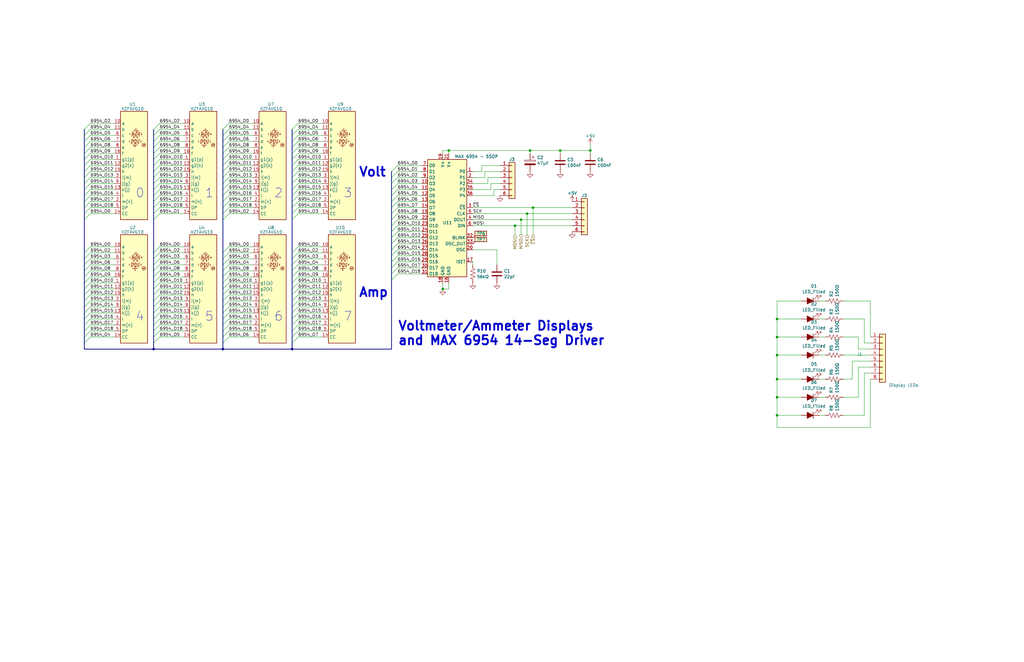
<source format=kicad_sch>
(kicad_sch (version 20230121) (generator eeschema)
  (paper "B")
  (junction (at 64.77 147.32))
  (junction (at 327.66 160.02))
  (junction (at 93.98 147.32))
  (junction (at 223.52 63.5))
  (junction (at 224.79 87.63))
  (junction (at 217.17 95.25))
  (junction (at 186.69 121.92))
  (junction (at 327.66 149.86))
  (junction (at 327.66 134.62))
  (junction (at 123.19 147.32))
  (junction (at 189.23 63.5))
  (junction (at 219.71 92.71))
  (junction (at 222.25 90.17))
  (junction (at 327.66 175.26))
  (junction (at 327.66 142.24))
  (junction (at 236.22 63.5))
  (junction (at 327.66 167.64))
  (junction (at 248.92 63.5))
  (bus_entry (at 38.1 87.63) (size -2.54 2.54))
  (bus_entry (at 125.73 69.85) (size -2.54 2.54))
  (bus_entry (at 38.1 109.22) (size -2.54 2.54))
  (bus_entry (at 167.64 102.87) (size -2.54 2.54))
  (bus_entry (at 38.1 90.17) (size -2.54 2.54))
  (bus_entry (at 125.73 59.69) (size -2.54 2.54))
  (bus_entry (at 167.64 95.25) (size -2.54 2.54))
  (bus_entry (at 96.52 111.76) (size -2.54 2.54))
  (bus_entry (at 67.31 85.09) (size -2.54 2.54))
  (bus_entry (at 38.1 82.55) (size -2.54 2.54))
  (bus_entry (at 38.1 85.09) (size -2.54 2.54))
  (bus_entry (at 96.52 124.46) (size -2.54 2.54))
  (bus_entry (at 38.1 134.62) (size -2.54 2.54))
  (bus_entry (at 96.52 106.68) (size -2.54 2.54))
  (bus_entry (at 125.73 139.7) (size -2.54 2.54))
  (bus_entry (at 67.31 72.39) (size -2.54 2.54))
  (bus_entry (at 96.52 114.3) (size -2.54 2.54))
  (bus_entry (at 67.31 69.85) (size -2.54 2.54))
  (bus_entry (at 125.73 62.23) (size -2.54 2.54))
  (bus_entry (at 67.31 77.47) (size -2.54 2.54))
  (bus_entry (at 125.73 82.55) (size -2.54 2.54))
  (bus_entry (at 67.31 74.93) (size -2.54 2.54))
  (bus_entry (at 96.52 121.92) (size -2.54 2.54))
  (bus_entry (at 125.73 67.31) (size -2.54 2.54))
  (bus_entry (at 125.73 121.92) (size -2.54 2.54))
  (bus_entry (at 38.1 54.61) (size -2.54 2.54))
  (bus_entry (at 125.73 129.54) (size -2.54 2.54))
  (bus_entry (at 167.64 92.71) (size -2.54 2.54))
  (bus_entry (at 96.52 127) (size -2.54 2.54))
  (bus_entry (at 38.1 127) (size -2.54 2.54))
  (bus_entry (at 67.31 80.01) (size -2.54 2.54))
  (bus_entry (at 96.52 64.77) (size -2.54 2.54))
  (bus_entry (at 125.73 119.38) (size -2.54 2.54))
  (bus_entry (at 96.52 72.39) (size -2.54 2.54))
  (bus_entry (at 167.64 85.09) (size -2.54 2.54))
  (bus_entry (at 38.1 114.3) (size -2.54 2.54))
  (bus_entry (at 38.1 121.92) (size -2.54 2.54))
  (bus_entry (at 167.64 80.01) (size -2.54 2.54))
  (bus_entry (at 67.31 82.55) (size -2.54 2.54))
  (bus_entry (at 38.1 139.7) (size -2.54 2.54))
  (bus_entry (at 167.64 69.85) (size -2.54 2.54))
  (bus_entry (at 96.52 129.54) (size -2.54 2.54))
  (bus_entry (at 38.1 124.46) (size -2.54 2.54))
  (bus_entry (at 96.52 90.17) (size -2.54 2.54))
  (bus_entry (at 67.31 142.24) (size -2.54 2.54))
  (bus_entry (at 125.73 137.16) (size -2.54 2.54))
  (bus_entry (at 125.73 109.22) (size -2.54 2.54))
  (bus_entry (at 125.73 80.01) (size -2.54 2.54))
  (bus_entry (at 96.52 137.16) (size -2.54 2.54))
  (bus_entry (at 96.52 74.93) (size -2.54 2.54))
  (bus_entry (at 125.73 106.68) (size -2.54 2.54))
  (bus_entry (at 38.1 132.08) (size -2.54 2.54))
  (bus_entry (at 67.31 119.38) (size -2.54 2.54))
  (bus_entry (at 67.31 134.62) (size -2.54 2.54))
  (bus_entry (at 96.52 87.63) (size -2.54 2.54))
  (bus_entry (at 125.73 52.07) (size -2.54 2.54))
  (bus_entry (at 167.64 110.49) (size -2.54 2.54))
  (bus_entry (at 67.31 121.92) (size -2.54 2.54))
  (bus_entry (at 38.1 67.31) (size -2.54 2.54))
  (bus_entry (at 167.64 107.95) (size -2.54 2.54))
  (bus_entry (at 125.73 85.09) (size -2.54 2.54))
  (bus_entry (at 125.73 134.62) (size -2.54 2.54))
  (bus_entry (at 125.73 77.47) (size -2.54 2.54))
  (bus_entry (at 125.73 72.39) (size -2.54 2.54))
  (bus_entry (at 96.52 139.7) (size -2.54 2.54))
  (bus_entry (at 96.52 119.38) (size -2.54 2.54))
  (bus_entry (at 38.1 111.76) (size -2.54 2.54))
  (bus_entry (at 96.52 134.62) (size -2.54 2.54))
  (bus_entry (at 67.31 139.7) (size -2.54 2.54))
  (bus_entry (at 167.64 87.63) (size -2.54 2.54))
  (bus_entry (at 67.31 62.23) (size -2.54 2.54))
  (bus_entry (at 96.52 109.22) (size -2.54 2.54))
  (bus_entry (at 67.31 124.46) (size -2.54 2.54))
  (bus_entry (at 96.52 132.08) (size -2.54 2.54))
  (bus_entry (at 96.52 116.84) (size -2.54 2.54))
  (bus_entry (at 96.52 104.14) (size -2.54 2.54))
  (bus_entry (at 125.73 57.15) (size -2.54 2.54))
  (bus_entry (at 125.73 64.77) (size -2.54 2.54))
  (bus_entry (at 96.52 77.47) (size -2.54 2.54))
  (bus_entry (at 125.73 114.3) (size -2.54 2.54))
  (bus_entry (at 125.73 74.93) (size -2.54 2.54))
  (bus_entry (at 96.52 62.23) (size -2.54 2.54))
  (bus_entry (at 96.52 82.55) (size -2.54 2.54))
  (bus_entry (at 125.73 132.08) (size -2.54 2.54))
  (bus_entry (at 38.1 106.68) (size -2.54 2.54))
  (bus_entry (at 167.64 97.79) (size -2.54 2.54))
  (bus_entry (at 167.64 105.41) (size -2.54 2.54))
  (bus_entry (at 38.1 116.84) (size -2.54 2.54))
  (bus_entry (at 38.1 64.77) (size -2.54 2.54))
  (bus_entry (at 125.73 111.76) (size -2.54 2.54))
  (bus_entry (at 125.73 54.61) (size -2.54 2.54))
  (bus_entry (at 96.52 59.69) (size -2.54 2.54))
  (bus_entry (at 125.73 87.63) (size -2.54 2.54))
  (bus_entry (at 67.31 137.16) (size -2.54 2.54))
  (bus_entry (at 67.31 109.22) (size -2.54 2.54))
  (bus_entry (at 96.52 142.24) (size -2.54 2.54))
  (bus_entry (at 125.73 104.14) (size -2.54 2.54))
  (bus_entry (at 167.64 90.17) (size -2.54 2.54))
  (bus_entry (at 167.64 77.47) (size -2.54 2.54))
  (bus_entry (at 38.1 129.54) (size -2.54 2.54))
  (bus_entry (at 125.73 124.46) (size -2.54 2.54))
  (bus_entry (at 96.52 69.85) (size -2.54 2.54))
  (bus_entry (at 38.1 72.39) (size -2.54 2.54))
  (bus_entry (at 38.1 119.38) (size -2.54 2.54))
  (bus_entry (at 38.1 52.07) (size -2.54 2.54))
  (bus_entry (at 38.1 137.16) (size -2.54 2.54))
  (bus_entry (at 96.52 57.15) (size -2.54 2.54))
  (bus_entry (at 38.1 69.85) (size -2.54 2.54))
  (bus_entry (at 125.73 127) (size -2.54 2.54))
  (bus_entry (at 38.1 77.47) (size -2.54 2.54))
  (bus_entry (at 38.1 142.24) (size -2.54 2.54))
  (bus_entry (at 67.31 127) (size -2.54 2.54))
  (bus_entry (at 96.52 80.01) (size -2.54 2.54))
  (bus_entry (at 67.31 67.31) (size -2.54 2.54))
  (bus_entry (at 67.31 116.84) (size -2.54 2.54))
  (bus_entry (at 167.64 113.03) (size -2.54 2.54))
  (bus_entry (at 38.1 62.23) (size -2.54 2.54))
  (bus_entry (at 38.1 80.01) (size -2.54 2.54))
  (bus_entry (at 38.1 104.14) (size -2.54 2.54))
  (bus_entry (at 67.31 54.61) (size -2.54 2.54))
  (bus_entry (at 67.31 106.68) (size -2.54 2.54))
  (bus_entry (at 96.52 54.61) (size -2.54 2.54))
  (bus_entry (at 67.31 90.17) (size -2.54 2.54))
  (bus_entry (at 67.31 104.14) (size -2.54 2.54))
  (bus_entry (at 96.52 67.31) (size -2.54 2.54))
  (bus_entry (at 67.31 59.69) (size -2.54 2.54))
  (bus_entry (at 167.64 74.93) (size -2.54 2.54))
  (bus_entry (at 38.1 74.93) (size -2.54 2.54))
  (bus_entry (at 96.52 52.07) (size -2.54 2.54))
  (bus_entry (at 167.64 82.55) (size -2.54 2.54))
  (bus_entry (at 38.1 57.15) (size -2.54 2.54))
  (bus_entry (at 67.31 57.15) (size -2.54 2.54))
  (bus_entry (at 167.64 115.57) (size -2.54 2.54))
  (bus_entry (at 67.31 52.07) (size -2.54 2.54))
  (bus_entry (at 67.31 114.3) (size -2.54 2.54))
  (bus_entry (at 125.73 90.17) (size -2.54 2.54))
  (bus_entry (at 67.31 129.54) (size -2.54 2.54))
  (bus_entry (at 67.31 64.77) (size -2.54 2.54))
  (bus_entry (at 125.73 116.84) (size -2.54 2.54))
  (bus_entry (at 67.31 132.08) (size -2.54 2.54))
  (bus_entry (at 67.31 111.76) (size -2.54 2.54))
  (bus_entry (at 38.1 59.69) (size -2.54 2.54))
  (bus_entry (at 67.31 87.63) (size -2.54 2.54))
  (bus_entry (at 96.52 85.09) (size -2.54 2.54))
  (bus_entry (at 167.64 100.33) (size -2.54 2.54))
  (bus_entry (at 167.64 72.39) (size -2.54 2.54))
  (bus_entry (at 125.73 142.24) (size -2.54 2.54))
  (bus (pts (xy 123.19 134.62) (xy 123.19 137.16)))
  (wire (pts (xy 210.82 77.47) (xy 207.01 77.47)))
  (wire (pts (xy 367.03 147.32) (xy 361.95 147.32)))
  (wire (pts (xy 189.23 63.5) (xy 223.52 63.5)))
  (wire (pts (xy 199.39 92.71) (xy 219.71 92.71)))
  (wire (pts (xy 67.31 116.84) (xy 77.47 116.84)))
  (wire (pts (xy 345.44 167.64) (xy 347.98 167.64)))
  (bus (pts (xy 64.77 57.15) (xy 64.77 59.69)))
  (wire (pts (xy 189.23 121.92) (xy 189.23 119.38)))
  (wire (pts (xy 222.25 99.06) (xy 222.25 90.17)))
  (wire (pts (xy 38.1 69.85) (xy 48.26 69.85)))
  (wire (pts (xy 327.66 167.64) (xy 337.82 167.64)))
  (bus (pts (xy 35.56 92.71) (xy 35.56 106.68)))
  (bus (pts (xy 35.56 124.46) (xy 35.56 127)))
  (wire (pts (xy 186.69 63.5) (xy 186.69 64.77)))
  (bus (pts (xy 165.1 90.17) (xy 165.1 92.71)))
  (bus (pts (xy 165.1 110.49) (xy 165.1 113.03)))
  (bus (pts (xy 123.19 77.47) (xy 123.19 80.01)))
  (bus (pts (xy 35.56 132.08) (xy 35.56 134.62)))
  (bus (pts (xy 123.19 59.69) (xy 123.19 62.23)))
  (wire (pts (xy 67.31 74.93) (xy 77.47 74.93)))
  (wire (pts (xy 345.44 127) (xy 347.98 127)))
  (bus (pts (xy 93.98 106.68) (xy 93.98 109.22)))
  (wire (pts (xy 248.92 63.5) (xy 248.92 64.77)))
  (wire (pts (xy 125.73 119.38) (xy 135.89 119.38)))
  (bus (pts (xy 165.1 82.55) (xy 165.1 85.09)))
  (wire (pts (xy 125.73 85.09) (xy 135.89 85.09)))
  (wire (pts (xy 67.31 52.07) (xy 77.47 52.07)))
  (wire (pts (xy 204.47 72.39) (xy 204.47 74.93)))
  (wire (pts (xy 125.73 90.17) (xy 135.89 90.17)))
  (wire (pts (xy 38.1 72.39) (xy 48.26 72.39)))
  (wire (pts (xy 327.66 160.02) (xy 337.82 160.02)))
  (bus (pts (xy 35.56 109.22) (xy 35.56 111.76)))
  (bus (pts (xy 93.98 114.3) (xy 93.98 116.84)))
  (wire (pts (xy 96.52 82.55) (xy 106.68 82.55)))
  (wire (pts (xy 96.52 119.38) (xy 106.68 119.38)))
  (wire (pts (xy 167.64 69.85) (xy 177.8 69.85)))
  (wire (pts (xy 327.66 127) (xy 337.82 127)))
  (wire (pts (xy 167.64 77.47) (xy 177.8 77.47)))
  (wire (pts (xy 67.31 111.76) (xy 77.47 111.76)))
  (wire (pts (xy 327.66 134.62) (xy 327.66 127)))
  (wire (pts (xy 38.1 124.46) (xy 48.26 124.46)))
  (wire (pts (xy 38.1 87.63) (xy 48.26 87.63)))
  (wire (pts (xy 327.66 160.02) (xy 327.66 167.64)))
  (wire (pts (xy 67.31 106.68) (xy 77.47 106.68)))
  (wire (pts (xy 125.73 67.31) (xy 135.89 67.31)))
  (wire (pts (xy 67.31 87.63) (xy 77.47 87.63)))
  (wire (pts (xy 224.79 99.06) (xy 224.79 87.63)))
  (bus (pts (xy 123.19 132.08) (xy 123.19 134.62)))
  (bus (pts (xy 35.56 121.92) (xy 35.56 124.46)))
  (bus (pts (xy 93.98 121.92) (xy 93.98 124.46)))
  (wire (pts (xy 210.82 69.85) (xy 203.2 69.85)))
  (bus (pts (xy 123.19 82.55) (xy 123.19 85.09)))
  (wire (pts (xy 38.1 139.7) (xy 48.26 139.7)))
  (bus (pts (xy 64.77 69.85) (xy 64.77 72.39)))
  (wire (pts (xy 96.52 72.39) (xy 106.68 72.39)))
  (wire (pts (xy 125.73 116.84) (xy 135.89 116.84)))
  (bus (pts (xy 64.77 106.68) (xy 64.77 109.22)))
  (wire (pts (xy 96.52 62.23) (xy 106.68 62.23)))
  (wire (pts (xy 208.28 80.01) (xy 210.82 80.01)))
  (bus (pts (xy 123.19 90.17) (xy 123.19 92.71)))
  (bus (pts (xy 165.1 113.03) (xy 165.1 115.57)))
  (wire (pts (xy 96.52 57.15) (xy 106.68 57.15)))
  (bus (pts (xy 64.77 90.17) (xy 64.77 92.71)))
  (wire (pts (xy 38.1 114.3) (xy 48.26 114.3)))
  (bus (pts (xy 93.98 59.69) (xy 93.98 62.23)))
  (bus (pts (xy 35.56 134.62) (xy 35.56 137.16)))
  (wire (pts (xy 125.73 139.7) (xy 135.89 139.7)))
  (wire (pts (xy 67.31 59.69) (xy 77.47 59.69)))
  (bus (pts (xy 93.98 119.38) (xy 93.98 121.92)))
  (bus (pts (xy 64.77 127) (xy 64.77 129.54)))
  (wire (pts (xy 217.17 99.06) (xy 217.17 95.25)))
  (wire (pts (xy 38.1 104.14) (xy 48.26 104.14)))
  (wire (pts (xy 204.47 74.93) (xy 199.39 74.93)))
  (bus (pts (xy 35.56 114.3) (xy 35.56 116.84)))
  (wire (pts (xy 223.52 64.77) (xy 223.52 63.5)))
  (bus (pts (xy 123.19 72.39) (xy 123.19 74.93)))
  (bus (pts (xy 93.98 67.31) (xy 93.98 69.85)))
  (wire (pts (xy 38.1 54.61) (xy 48.26 54.61)))
  (wire (pts (xy 207.01 80.01) (xy 199.39 80.01)))
  (bus (pts (xy 35.56 69.85) (xy 35.56 72.39)))
  (bus (pts (xy 165.1 147.32) (xy 123.19 147.32)))
  (bus (pts (xy 35.56 116.84) (xy 35.56 119.38)))
  (wire (pts (xy 96.52 85.09) (xy 106.68 85.09)))
  (bus (pts (xy 165.1 74.93) (xy 165.1 77.47)))
  (wire (pts (xy 125.73 72.39) (xy 135.89 72.39)))
  (wire (pts (xy 125.73 77.47) (xy 135.89 77.47)))
  (bus (pts (xy 35.56 77.47) (xy 35.56 80.01)))
  (wire (pts (xy 345.44 175.26) (xy 347.98 175.26)))
  (wire (pts (xy 96.52 116.84) (xy 106.68 116.84)))
  (wire (pts (xy 38.1 74.93) (xy 48.26 74.93)))
  (bus (pts (xy 123.19 106.68) (xy 123.19 109.22)))
  (wire (pts (xy 38.1 106.68) (xy 48.26 106.68)))
  (bus (pts (xy 165.1 72.39) (xy 165.1 74.93)))
  (wire (pts (xy 210.82 72.39) (xy 204.47 72.39)))
  (wire (pts (xy 205.74 74.93) (xy 205.74 77.47)))
  (wire (pts (xy 96.52 134.62) (xy 106.68 134.62)))
  (wire (pts (xy 67.31 82.55) (xy 77.47 82.55)))
  (wire (pts (xy 38.1 67.31) (xy 48.26 67.31)))
  (wire (pts (xy 199.39 87.63) (xy 224.79 87.63)))
  (wire (pts (xy 67.31 90.17) (xy 77.47 90.17)))
  (wire (pts (xy 96.52 80.01) (xy 106.68 80.01)))
  (bus (pts (xy 35.56 87.63) (xy 35.56 90.17)))
  (bus (pts (xy 35.56 111.76) (xy 35.56 114.3)))
  (wire (pts (xy 67.31 137.16) (xy 77.47 137.16)))
  (wire (pts (xy 199.39 95.25) (xy 217.17 95.25)))
  (wire (pts (xy 189.23 63.5) (xy 189.23 64.77)))
  (wire (pts (xy 125.73 104.14) (xy 135.89 104.14)))
  (bus (pts (xy 123.19 119.38) (xy 123.19 121.92)))
  (wire (pts (xy 223.52 63.5) (xy 236.22 63.5)))
  (wire (pts (xy 367.03 144.78) (xy 364.49 144.78)))
  (bus (pts (xy 93.98 134.62) (xy 93.98 137.16)))
  (bus (pts (xy 93.98 147.32) (xy 64.77 147.32)))
  (wire (pts (xy 167.64 74.93) (xy 177.8 74.93)))
  (bus (pts (xy 165.1 107.95) (xy 165.1 110.49)))
  (wire (pts (xy 236.22 63.5) (xy 236.22 64.77)))
  (bus (pts (xy 123.19 57.15) (xy 123.19 59.69)))
  (bus (pts (xy 93.98 111.76) (xy 93.98 114.3)))
  (wire (pts (xy 167.64 87.63) (xy 177.8 87.63)))
  (bus (pts (xy 93.98 139.7) (xy 93.98 142.24)))
  (bus (pts (xy 165.1 85.09) (xy 165.1 87.63)))
  (wire (pts (xy 38.1 142.24) (xy 48.26 142.24)))
  (wire (pts (xy 125.73 64.77) (xy 135.89 64.77)))
  (bus (pts (xy 35.56 142.24) (xy 35.56 144.78)))
  (wire (pts (xy 125.73 54.61) (xy 135.89 54.61)))
  (wire (pts (xy 217.17 95.25) (xy 241.3 95.25)))
  (wire (pts (xy 38.1 57.15) (xy 48.26 57.15)))
  (bus (pts (xy 35.56 62.23) (xy 35.56 64.77)))
  (bus (pts (xy 35.56 85.09) (xy 35.56 87.63)))
  (wire (pts (xy 67.31 85.09) (xy 77.47 85.09)))
  (bus (pts (xy 93.98 87.63) (xy 93.98 90.17)))
  (bus (pts (xy 123.19 109.22) (xy 123.19 111.76)))
  (bus (pts (xy 64.77 119.38) (xy 64.77 121.92)))
  (wire (pts (xy 327.66 175.26) (xy 337.82 175.26)))
  (wire (pts (xy 96.52 59.69) (xy 106.68 59.69)))
  (bus (pts (xy 93.98 69.85) (xy 93.98 72.39)))
  (wire (pts (xy 125.73 106.68) (xy 135.89 106.68)))
  (bus (pts (xy 64.77 74.93) (xy 64.77 77.47)))
  (wire (pts (xy 96.52 127) (xy 106.68 127)))
  (bus (pts (xy 93.98 137.16) (xy 93.98 139.7)))
  (wire (pts (xy 361.95 142.24) (xy 355.6 142.24)))
  (wire (pts (xy 38.1 109.22) (xy 48.26 109.22)))
  (bus (pts (xy 165.1 115.57) (xy 165.1 118.11)))
  (wire (pts (xy 222.25 90.17) (xy 241.3 90.17)))
  (bus (pts (xy 64.77 64.77) (xy 64.77 67.31)))
  (wire (pts (xy 186.69 121.92) (xy 186.69 119.38)))
  (wire (pts (xy 125.73 57.15) (xy 135.89 57.15)))
  (wire (pts (xy 38.1 119.38) (xy 48.26 119.38)))
  (wire (pts (xy 67.31 62.23) (xy 77.47 62.23)))
  (bus (pts (xy 165.1 100.33) (xy 165.1 102.87)))
  (bus (pts (xy 93.98 54.61) (xy 93.98 57.15)))
  (wire (pts (xy 67.31 121.92) (xy 77.47 121.92)))
  (wire (pts (xy 38.1 121.92) (xy 48.26 121.92)))
  (wire (pts (xy 167.64 107.95) (xy 177.8 107.95)))
  (wire (pts (xy 207.01 77.47) (xy 207.01 80.01)))
  (wire (pts (xy 167.64 85.09) (xy 177.8 85.09)))
  (bus (pts (xy 35.56 64.77) (xy 35.56 67.31)))
  (bus (pts (xy 123.19 127) (xy 123.19 129.54)))
  (wire (pts (xy 96.52 52.07) (xy 106.68 52.07)))
  (bus (pts (xy 64.77 59.69) (xy 64.77 62.23)))
  (bus (pts (xy 123.19 129.54) (xy 123.19 132.08)))
  (bus (pts (xy 64.77 142.24) (xy 64.77 144.78)))
  (wire (pts (xy 209.55 111.76) (xy 209.55 105.41)))
  (bus (pts (xy 93.98 127) (xy 93.98 129.54)))
  (bus (pts (xy 123.19 114.3) (xy 123.19 116.84)))
  (wire (pts (xy 361.95 154.94) (xy 361.95 167.64)))
  (wire (pts (xy 125.73 87.63) (xy 135.89 87.63)))
  (wire (pts (xy 219.71 99.06) (xy 219.71 92.71)))
  (bus (pts (xy 64.77 77.47) (xy 64.77 80.01)))
  (bus (pts (xy 123.19 67.31) (xy 123.19 69.85)))
  (wire (pts (xy 38.1 132.08) (xy 48.26 132.08)))
  (bus (pts (xy 123.19 144.78) (xy 123.19 147.32)))
  (wire (pts (xy 38.1 134.62) (xy 48.26 134.62)))
  (wire (pts (xy 167.64 113.03) (xy 177.8 113.03)))
  (wire (pts (xy 224.79 87.63) (xy 241.3 87.63)))
  (bus (pts (xy 35.56 139.7) (xy 35.56 142.24)))
  (bus (pts (xy 93.98 124.46) (xy 93.98 127)))
  (wire (pts (xy 208.28 80.01) (xy 208.28 82.55)))
  (bus (pts (xy 93.98 90.17) (xy 93.98 92.71)))
  (wire (pts (xy 67.31 129.54) (xy 77.47 129.54)))
  (wire (pts (xy 96.52 124.46) (xy 106.68 124.46)))
  (bus (pts (xy 35.56 72.39) (xy 35.56 74.93)))
  (bus (pts (xy 165.1 77.47) (xy 165.1 80.01)))
  (bus (pts (xy 64.77 132.08) (xy 64.77 134.62)))
  (bus (pts (xy 64.77 111.76) (xy 64.77 114.3)))
  (wire (pts (xy 327.66 142.24) (xy 337.82 142.24)))
  (bus (pts (xy 35.56 57.15) (xy 35.56 59.69)))
  (wire (pts (xy 67.31 114.3) (xy 77.47 114.3)))
  (wire (pts (xy 359.41 160.02) (xy 355.6 160.02)))
  (wire (pts (xy 38.1 80.01) (xy 48.26 80.01)))
  (bus (pts (xy 123.19 137.16) (xy 123.19 139.7)))
  (bus (pts (xy 123.19 87.63) (xy 123.19 90.17)))
  (wire (pts (xy 125.73 121.92) (xy 135.89 121.92)))
  (wire (pts (xy 367.03 142.24) (xy 367.03 127)))
  (bus (pts (xy 35.56 59.69) (xy 35.56 62.23)))
  (bus (pts (xy 165.1 80.01) (xy 165.1 82.55)))
  (wire (pts (xy 67.31 109.22) (xy 77.47 109.22)))
  (bus (pts (xy 64.77 92.71) (xy 64.77 106.68)))
  (wire (pts (xy 67.31 80.01) (xy 77.47 80.01)))
  (wire (pts (xy 125.73 62.23) (xy 135.89 62.23)))
  (wire (pts (xy 38.1 137.16) (xy 48.26 137.16)))
  (wire (pts (xy 67.31 119.38) (xy 77.47 119.38)))
  (wire (pts (xy 359.41 152.4) (xy 367.03 152.4)))
  (wire (pts (xy 199.39 82.55) (xy 208.28 82.55)))
  (bus (pts (xy 93.98 92.71) (xy 93.98 106.68)))
  (bus (pts (xy 64.77 87.63) (xy 64.77 90.17)))
  (wire (pts (xy 38.1 129.54) (xy 48.26 129.54)))
  (bus (pts (xy 35.56 80.01) (xy 35.56 82.55)))
  (wire (pts (xy 96.52 121.92) (xy 106.68 121.92)))
  (bus (pts (xy 64.77 144.78) (xy 64.77 147.32)))
  (bus (pts (xy 93.98 142.24) (xy 93.98 144.78)))
  (wire (pts (xy 38.1 85.09) (xy 48.26 85.09)))
  (wire (pts (xy 327.66 134.62) (xy 337.82 134.62)))
  (bus (pts (xy 123.19 80.01) (xy 123.19 82.55)))
  (wire (pts (xy 125.73 142.24) (xy 135.89 142.24)))
  (bus (pts (xy 35.56 74.93) (xy 35.56 77.47)))
  (wire (pts (xy 167.64 110.49) (xy 177.8 110.49)))
  (wire (pts (xy 125.73 69.85) (xy 135.89 69.85)))
  (wire (pts (xy 125.73 127) (xy 135.89 127)))
  (wire (pts (xy 167.64 100.33) (xy 177.8 100.33)))
  (bus (pts (xy 64.77 72.39) (xy 64.77 74.93)))
  (bus (pts (xy 165.1 92.71) (xy 165.1 95.25)))
  (wire (pts (xy 38.1 52.07) (xy 48.26 52.07)))
  (wire (pts (xy 209.55 105.41) (xy 199.39 105.41)))
  (bus (pts (xy 35.56 67.31) (xy 35.56 69.85)))
  (wire (pts (xy 236.22 63.5) (xy 248.92 63.5)))
  (bus (pts (xy 93.98 116.84) (xy 93.98 119.38)))
  (bus (pts (xy 64.77 54.61) (xy 64.77 57.15)))
  (wire (pts (xy 186.69 121.92) (xy 189.23 121.92)))
  (wire (pts (xy 96.52 64.77) (xy 106.68 64.77)))
  (wire (pts (xy 327.66 149.86) (xy 337.82 149.86)))
  (bus (pts (xy 64.77 121.92) (xy 64.77 124.46)))
  (wire (pts (xy 125.73 134.62) (xy 135.89 134.62)))
  (bus (pts (xy 35.56 106.68) (xy 35.56 109.22)))
  (wire (pts (xy 67.31 57.15) (xy 77.47 57.15)))
  (bus (pts (xy 93.98 144.78) (xy 93.98 147.32)))
  (wire (pts (xy 361.95 147.32) (xy 361.95 142.24)))
  (wire (pts (xy 125.73 80.01) (xy 135.89 80.01)))
  (wire (pts (xy 125.73 82.55) (xy 135.89 82.55)))
  (wire (pts (xy 367.03 154.94) (xy 361.95 154.94)))
  (bus (pts (xy 93.98 82.55) (xy 93.98 85.09)))
  (bus (pts (xy 123.19 54.61) (xy 123.19 57.15)))
  (bus (pts (xy 165.1 105.41) (xy 165.1 107.95)))
  (wire (pts (xy 205.74 77.47) (xy 199.39 77.47)))
  (bus (pts (xy 64.77 147.32) (xy 35.56 147.32)))
  (wire (pts (xy 67.31 142.24) (xy 77.47 142.24)))
  (bus (pts (xy 35.56 54.61) (xy 35.56 57.15)))
  (bus (pts (xy 165.1 102.87) (xy 165.1 105.41)))
  (wire (pts (xy 38.1 111.76) (xy 48.26 111.76)))
  (wire (pts (xy 167.64 72.39) (xy 177.8 72.39)))
  (bus (pts (xy 64.77 129.54) (xy 64.77 132.08)))
  (wire (pts (xy 96.52 106.68) (xy 106.68 106.68)))
  (wire (pts (xy 38.1 77.47) (xy 48.26 77.47)))
  (bus (pts (xy 123.19 111.76) (xy 123.19 114.3)))
  (wire (pts (xy 167.64 105.41) (xy 177.8 105.41)))
  (wire (pts (xy 167.64 97.79) (xy 177.8 97.79)))
  (wire (pts (xy 248.92 60.96) (xy 248.92 63.5)))
  (bus (pts (xy 64.77 109.22) (xy 64.77 111.76)))
  (bus (pts (xy 35.56 129.54) (xy 35.56 132.08)))
  (wire (pts (xy 364.49 157.48) (xy 364.49 175.26)))
  (wire (pts (xy 203.2 69.85) (xy 203.2 72.39)))
  (wire (pts (xy 96.52 137.16) (xy 106.68 137.16)))
  (wire (pts (xy 67.31 64.77) (xy 77.47 64.77)))
  (wire (pts (xy 210.82 74.93) (xy 205.74 74.93)))
  (wire (pts (xy 167.64 80.01) (xy 177.8 80.01)))
  (bus (pts (xy 93.98 72.39) (xy 93.98 74.93)))
  (wire (pts (xy 345.44 149.86) (xy 347.98 149.86)))
  (bus (pts (xy 64.77 82.55) (xy 64.77 85.09)))
  (wire (pts (xy 167.64 90.17) (xy 177.8 90.17)))
  (bus (pts (xy 123.19 121.92) (xy 123.19 124.46)))
  (bus (pts (xy 64.77 124.46) (xy 64.77 127)))
  (wire (pts (xy 167.64 102.87) (xy 177.8 102.87)))
  (wire (pts (xy 125.73 132.08) (xy 135.89 132.08)))
  (wire (pts (xy 96.52 74.93) (xy 106.68 74.93)))
  (wire (pts (xy 38.1 116.84) (xy 48.26 116.84)))
  (wire (pts (xy 38.1 62.23) (xy 48.26 62.23)))
  (wire (pts (xy 67.31 124.46) (xy 77.47 124.46)))
  (wire (pts (xy 367.03 180.34) (xy 327.66 180.34)))
  (bus (pts (xy 93.98 74.93) (xy 93.98 77.47)))
  (bus (pts (xy 123.19 116.84) (xy 123.19 119.38)))
  (wire (pts (xy 327.66 160.02) (xy 327.66 149.86)))
  (wire (pts (xy 96.52 132.08) (xy 106.68 132.08)))
  (wire (pts (xy 125.73 137.16) (xy 135.89 137.16)))
  (wire (pts (xy 327.66 167.64) (xy 327.66 175.26)))
  (wire (pts (xy 125.73 59.69) (xy 135.89 59.69)))
  (bus (pts (xy 123.19 85.09) (xy 123.19 87.63)))
  (wire (pts (xy 96.52 69.85) (xy 106.68 69.85)))
  (wire (pts (xy 361.95 167.64) (xy 355.6 167.64)))
  (wire (pts (xy 167.64 115.57) (xy 177.8 115.57)))
  (bus (pts (xy 93.98 109.22) (xy 93.98 111.76)))
  (bus (pts (xy 35.56 119.38) (xy 35.56 121.92)))
  (bus (pts (xy 123.19 74.93) (xy 123.19 77.47)))
  (bus (pts (xy 123.19 69.85) (xy 123.19 72.39)))
  (wire (pts (xy 96.52 54.61) (xy 106.68 54.61)))
  (wire (pts (xy 67.31 139.7) (xy 77.47 139.7)))
  (bus (pts (xy 93.98 64.77) (xy 93.98 67.31)))
  (wire (pts (xy 203.2 72.39) (xy 199.39 72.39)))
  (wire (pts (xy 125.73 52.07) (xy 135.89 52.07)))
  (wire (pts (xy 96.52 129.54) (xy 106.68 129.54)))
  (wire (pts (xy 67.31 69.85) (xy 77.47 69.85)))
  (wire (pts (xy 125.73 129.54) (xy 135.89 129.54)))
  (wire (pts (xy 345.44 160.02) (xy 347.98 160.02)))
  (wire (pts (xy 367.03 157.48) (xy 364.49 157.48)))
  (bus (pts (xy 123.19 124.46) (xy 123.19 127)))
  (wire (pts (xy 327.66 175.26) (xy 327.66 180.34)))
  (wire (pts (xy 364.49 134.62) (xy 355.6 134.62)))
  (wire (pts (xy 67.31 67.31) (xy 77.47 67.31)))
  (wire (pts (xy 167.64 82.55) (xy 177.8 82.55)))
  (bus (pts (xy 64.77 85.09) (xy 64.77 87.63)))
  (wire (pts (xy 125.73 124.46) (xy 135.89 124.46)))
  (bus (pts (xy 93.98 62.23) (xy 93.98 64.77)))
  (bus (pts (xy 35.56 127) (xy 35.56 129.54)))
  (wire (pts (xy 67.31 77.47) (xy 77.47 77.47)))
  (wire (pts (xy 327.66 142.24) (xy 327.66 134.62)))
  (wire (pts (xy 96.52 67.31) (xy 106.68 67.31)))
  (bus (pts (xy 35.56 90.17) (xy 35.56 92.71)))
  (bus (pts (xy 64.77 116.84) (xy 64.77 119.38)))
  (bus (pts (xy 93.98 85.09) (xy 93.98 87.63)))
  (bus (pts (xy 165.1 118.11) (xy 165.1 147.32)))
  (wire (pts (xy 367.03 160.02) (xy 367.03 180.34)))
  (bus (pts (xy 165.1 87.63) (xy 165.1 90.17)))
  (bus (pts (xy 64.77 137.16) (xy 64.77 139.7)))
  (wire (pts (xy 96.52 87.63) (xy 106.68 87.63)))
  (wire (pts (xy 345.44 134.62) (xy 347.98 134.62)))
  (bus (pts (xy 64.77 139.7) (xy 64.77 142.24)))
  (wire (pts (xy 364.49 144.78) (xy 364.49 134.62)))
  (bus (pts (xy 64.77 67.31) (xy 64.77 69.85)))
  (bus (pts (xy 123.19 62.23) (xy 123.19 64.77)))
  (wire (pts (xy 199.39 90.17) (xy 222.25 90.17)))
  (bus (pts (xy 93.98 132.08) (xy 93.98 134.62)))
  (bus (pts (xy 123.19 92.71) (xy 123.19 106.68)))
  (bus (pts (xy 93.98 57.15) (xy 93.98 59.69)))
  (wire (pts (xy 96.52 142.24) (xy 106.68 142.24)))
  (wire (pts (xy 355.6 149.86) (xy 367.03 149.86)))
  (wire (pts (xy 38.1 82.55) (xy 48.26 82.55)))
  (bus (pts (xy 123.19 142.24) (xy 123.19 144.78)))
  (bus (pts (xy 64.77 80.01) (xy 64.77 82.55)))
  (bus (pts (xy 93.98 129.54) (xy 93.98 132.08)))
  (bus (pts (xy 123.19 64.77) (xy 123.19 67.31)))
  (wire (pts (xy 359.41 152.4) (xy 359.41 160.02)))
  (wire (pts (xy 96.52 77.47) (xy 106.68 77.47)))
  (wire (pts (xy 199.39 111.76) (xy 199.39 110.49)))
  (wire (pts (xy 125.73 111.76) (xy 135.89 111.76)))
  (wire (pts (xy 186.69 63.5) (xy 189.23 63.5)))
  (wire (pts (xy 67.31 132.08) (xy 77.47 132.08)))
  (bus (pts (xy 123.19 139.7) (xy 123.19 142.24)))
  (bus (pts (xy 35.56 137.16) (xy 35.56 139.7)))
  (wire (pts (xy 167.64 92.71) (xy 177.8 92.71)))
  (wire (pts (xy 38.1 127) (xy 48.26 127)))
  (wire (pts (xy 167.64 95.25) (xy 177.8 95.25)))
  (bus (pts (xy 93.98 77.47) (xy 93.98 80.01)))
  (bus (pts (xy 35.56 82.55) (xy 35.56 85.09)))
  (wire (pts (xy 367.03 127) (xy 355.6 127)))
  (bus (pts (xy 165.1 95.25) (xy 165.1 97.79)))
  (wire (pts (xy 125.73 114.3) (xy 135.89 114.3)))
  (wire (pts (xy 96.52 109.22) (xy 106.68 109.22)))
  (bus (pts (xy 64.77 114.3) (xy 64.77 116.84)))
  (wire (pts (xy 38.1 90.17) (xy 48.26 90.17)))
  (wire (pts (xy 67.31 134.62) (xy 77.47 134.62)))
  (wire (pts (xy 38.1 59.69) (xy 48.26 59.69)))
  (bus (pts (xy 64.77 134.62) (xy 64.77 137.16)))
  (wire (pts (xy 96.52 111.76) (xy 106.68 111.76)))
  (wire (pts (xy 345.44 142.24) (xy 347.98 142.24)))
  (bus (pts (xy 165.1 97.79) (xy 165.1 100.33)))
  (wire (pts (xy 38.1 64.77) (xy 48.26 64.77)))
  (wire (pts (xy 67.31 127) (xy 77.47 127)))
  (wire (pts (xy 327.66 149.86) (xy 327.66 142.24)))
  (wire (pts (xy 364.49 175.26) (xy 355.6 175.26)))
  (wire (pts (xy 67.31 54.61) (xy 77.47 54.61)))
  (bus (pts (xy 93.98 80.01) (xy 93.98 82.55)))
  (wire (pts (xy 67.31 72.39) (xy 77.47 72.39)))
  (wire (pts (xy 96.52 139.7) (xy 106.68 139.7)))
  (wire (pts (xy 125.73 109.22) (xy 135.89 109.22)))
  (wire (pts (xy 96.52 114.3) (xy 106.68 114.3)))
  (wire (pts (xy 125.73 74.93) (xy 135.89 74.93)))
  (wire (pts (xy 67.31 104.14) (xy 77.47 104.14)))
  (wire (pts (xy 96.52 104.14) (xy 106.68 104.14)))
  (bus (pts (xy 123.19 147.32) (xy 93.98 147.32)))
  (bus (pts (xy 64.77 62.23) (xy 64.77 64.77)))
  (wire (pts (xy 219.71 92.71) (xy 241.3 92.71)))
  (wire (pts (xy 96.52 90.17) (xy 106.68 90.17)))
  (bus (pts (xy 35.56 147.32) (xy 35.56 144.78)))
  (text "Volt" (at 151.13 74.93 0) (effects (font (size 3.81 3.81) (thickness 0.762) bold) (justify left bottom)))
  (text "4" (at 57.15 135.89 0) (effects (font (size 3.81 3.81)) (justify left bottom)))
  (text "Amp" (at 151.13 125.73 0) (effects (font (size 3.81 3.81) (thickness 0.762) bold) (justify left bottom)))
  (text "3" (at 144.78 83.82 0) (effects (font (size 3.81 3.81)) (justify left bottom)))
  (text "1" (at 86.36 83.82 0) (effects (font (size 3.81 3.81)) (justify left bottom)))
  (text "6" (at 115.57 135.89 0) (effects (font (size 3.81 3.81)) (justify left bottom)))
  (text "0" (at 57.15 83.82 0) (effects (font (size 3.81 3.81)) (justify left bottom)))
  (text "7" (at 144.78 135.89 0) (effects (font (size 3.81 3.81)) (justify left bottom)))
  (text "Voltmeter/Ammeter Displays\nand MAX 6954 14-Seg Driver" (at 167.64 146.05 0) (effects (font (size 3.81 3.81) (thickness 0.762) bold) (justify left bottom)))
  (text "2" (at 115.57 83.82 0) (effects (font (size 3.81 3.81)) (justify left bottom)))
  (text "5" (at 86.36 135.89 0) (effects (font (size 3.81 3.81)) (justify left bottom)))
  (label "6954_O15" (at 67.31 80.01 0))
  (label "6954_O1" (at 167.64 72.39 0))
  (label "6954_O15" (at 96.52 80.01 0))
  (label "6954_O8" (at 167.64 90.17 0))
  (label "6954_O18" (at 38.1 87.63 0))
  (label "6954_O2" (at 96.52 106.68 0))
  (label "6954_O15" (at 167.64 107.95 0))
  (label "6954_O7" (at 125.73 142.24 0))
  (label "6954_O11" (at 96.52 121.92 0))
  (label "6954_O6" (at 125.73 59.69 0))
  (label "6954_O9" (at 96.52 116.84 0))
  (label "6954_O10" (at 67.31 119.38 0))
  (label "6954_O10" (at 67.31 67.31 0))
  (label "6954_O18" (at 38.1 139.7 0))
  (label "6954_O17" (at 38.1 85.09 0))
  (label "6954_O9" (at 167.64 92.71 0))
  (label "6954_O4" (at 96.52 111.76 0))
  (label "6954_O5" (at 96.52 57.15 0))
  (label "~{CS}" (at 199.39 87.63 0))
  (label "6954_O14" (at 67.31 129.54 0))
  (label "6954_O10" (at 38.1 119.38 0))
  (label "6954_O0" (at 96.52 104.14 0))
  (label "6954_O11" (at 167.64 97.79 0))
  (label "6954_O4" (at 67.31 54.61 0))
  (label "6954_O18" (at 96.52 87.63 0))
  (label "6954_O17" (at 125.73 85.09 0))
  (label "6954_O4" (at 125.73 111.76 0))
  (label "6954_O13" (at 96.52 127 0))
  (label "6954_O13" (at 67.31 127 0))
  (label "6954_O0" (at 167.64 69.85 0))
  (label "6954_O15" (at 125.73 132.08 0))
  (label "MOSI" (at 199.39 95.25 0))
  (label "6954_O4" (at 38.1 142.24 0))
  (label "6954_O9" (at 38.1 64.77 0))
  (label "6954_O18" (at 125.73 139.7 0))
  (label "6954_O1" (at 67.31 90.17 0))
  (label "6954_O17" (at 67.31 85.09 0))
  (label "6954_O9" (at 125.73 64.77 0))
  (label "6954_O5" (at 38.1 57.15 0))
  (label "6954_O4" (at 38.1 54.61 0))
  (label "6954_O17" (at 96.52 137.16 0))
  (label "6954_O8" (at 125.73 114.3 0))
  (label "6954_O13" (at 167.64 102.87 0))
  (label "6954_O12" (at 96.52 124.46 0))
  (label "6954_O2" (at 125.73 106.68 0))
  (label "6954_O12" (at 125.73 124.46 0))
  (label "MISO" (at 199.39 92.71 0))
  (label "6954_O13" (at 125.73 74.93 0))
  (label "6954_O11" (at 67.31 121.92 0))
  (label "6954_O3" (at 125.73 109.22 0))
  (label "6954_O17" (at 167.64 113.03 0))
  (label "6954_O17" (at 96.52 85.09 0))
  (label "6954_O0" (at 38.1 104.14 0))
  (label "6954_O4" (at 167.64 80.01 0))
  (label "6954_O0" (at 125.73 104.14 0))
  (label "6954_O12" (at 67.31 124.46 0))
  (label "6954_O14" (at 38.1 129.54 0))
  (label "6954_O13" (at 38.1 74.93 0))
  (label "6954_O5" (at 167.64 82.55 0))
  (label "6954_O0" (at 125.73 52.07 0))
  (label "6954_O3" (at 96.52 109.22 0))
  (label "6954_O14" (at 96.52 77.47 0))
  (label "6954_O14" (at 125.73 129.54 0))
  (label "6954_O0" (at 67.31 104.14 0))
  (label "6954_O14" (at 125.73 77.47 0))
  (label "6954_O4" (at 96.52 54.61 0))
  (label "6954_O2" (at 38.1 52.07 0))
  (label "6954_O14" (at 67.31 77.47 0))
  (label "6954_O16" (at 38.1 82.55 0))
  (label "6954_O0" (at 96.52 52.07 0))
  (label "6954_O0" (at 38.1 90.17 0))
  (label "6954_O11" (at 38.1 69.85 0))
  (label "6954_O10" (at 38.1 67.31 0))
  (label "6954_O8" (at 38.1 114.3 0))
  (label "6954_O17" (at 38.1 137.16 0))
  (label "6954_O13" (at 125.73 127 0))
  (label "6954_O3" (at 167.64 77.47 0))
  (label "6954_O6" (at 96.52 142.24 0))
  (label "6954_O6" (at 67.31 59.69 0))
  (label "6954_O18" (at 67.31 87.63 0))
  (label "6954_O18" (at 96.52 139.7 0))
  (label "6954_O14" (at 38.1 77.47 0))
  (label "6954_O11" (at 125.73 69.85 0))
  (label "6954_O8" (at 125.73 62.23 0))
  (label "6954_O2" (at 67.31 106.68 0))
  (label "6954_O8" (at 96.52 114.3 0))
  (label "6954_O6" (at 167.64 85.09 0))
  (label "6954_O16" (at 96.52 134.62 0))
  (label "6954_O11" (at 38.1 121.92 0))
  (label "6954_O2" (at 96.52 90.17 0))
  (label "6954_O8" (at 38.1 62.23 0))
  (label "6954_O16" (at 167.64 110.49 0))
  (label "6954_O9" (at 96.52 64.77 0))
  (label "6954_O10" (at 96.52 119.38 0))
  (label "6954_O10" (at 125.73 119.38 0))
  (label "6954_O9" (at 67.31 116.84 0))
  (label "6954_O6" (at 67.31 111.76 0))
  (label "6954_O10" (at 167.64 95.25 0))
  (label "6954_O16" (at 125.73 82.55 0))
  (label "6954_O13" (at 96.52 74.93 0))
  (label "6954_O15" (at 38.1 132.08 0))
  (label "6954_O6" (at 38.1 111.76 0))
  (label "6954_O2" (at 38.1 106.68 0))
  (label "6954_O15" (at 67.31 132.08 0))
  (label "6954_O2" (at 67.31 52.07 0))
  (label "6954_O9" (at 125.73 116.84 0))
  (label "6954_O12" (at 38.1 124.46 0))
  (label "6954_O16" (at 96.52 82.55 0))
  (label "6954_O5" (at 125.73 57.15 0))
  (label "6954_O13" (at 38.1 127 0))
  (label "6954_O18" (at 167.64 115.57 0))
  (label "6954_O10" (at 96.52 67.31 0))
  (label "6954_O14" (at 96.52 129.54 0))
  (label "6954_O4" (at 125.73 54.61 0))
  (label "6954_O8" (at 67.31 62.23 0))
  (label "6954_O12" (at 38.1 72.39 0))
  (label "6954_O18" (at 125.73 87.63 0))
  (label "6954_O3" (at 125.73 90.17 0))
  (label "6954_O17" (at 125.73 137.16 0))
  (label "6954_O16" (at 38.1 134.62 0))
  (label "6954_O7" (at 167.64 87.63 0))
  (label "6954_O8" (at 96.52 62.23 0))
  (label "6954_O6" (at 96.52 59.69 0))
  (label "6954_O9" (at 67.31 64.77 0))
  (label "6954_O17" (at 67.31 137.16 0))
  (label "6954_O11" (at 125.73 121.92 0))
  (label "6954_O14" (at 167.64 105.41 0))
  (label "6954_O13" (at 67.31 74.93 0))
  (label "6954_O12" (at 125.73 72.39 0))
  (label "6954_O11" (at 67.31 69.85 0))
  (label "6954_O12" (at 67.31 72.39 0))
  (label "6954_O15" (at 96.52 132.08 0))
  (label "6954_O3" (at 67.31 109.22 0))
  (label "6954_O11" (at 96.52 69.85 0))
  (label "6954_O3" (at 38.1 109.22 0))
  (label "6954_O15" (at 38.1 80.01 0))
  (label "6954_O16" (at 67.31 82.55 0))
  (label "6954_O6" (at 38.1 59.69 0))
  (label "6954_O16" (at 125.73 134.62 0))
  (label "6954_O16" (at 67.31 134.62 0))
  (label "6954_O10" (at 125.73 67.31 0))
  (label "6954_O12" (at 167.64 100.33 0))
  (label "6954_O5" (at 67.31 57.15 0))
  (label "6954_O15" (at 125.73 80.01 0))
  (label "6954_O2" (at 167.64 74.93 0))
  (label "SCK" (at 199.39 90.17 0))
  (label "6954_O12" (at 96.52 72.39 0))
  (label "6954_O5" (at 67.31 142.24 0))
  (label "6954_O9" (at 38.1 116.84 0))
  (label "6954_O8" (at 67.31 114.3 0))
  (label "6954_O18" (at 67.31 139.7 0))
  (hierarchical_label "MISO" (shape output) (at 219.71 99.06 270))
  (hierarchical_label "MOSI" (shape input) (at 217.17 99.06 270))
  (hierarchical_label "~{CS}" (shape input) (at 224.79 99.06 270))
  (hierarchical_label "SCK" (shape input) (at 222.25 99.06 270))
  (symbol (lib_id "Connector_Generic:Conn_01x06") (at 215.9 74.93 0) (unit 1)
    (property "Reference" "J3" (at 215.9 67.31 0))
    (property "Value" "2x05 Molex Micro-Fit 3.0 43045" (effects hide))
    (property "Footprint" "libraries:MOLEX_430450615" (effects hide))
    (property "Datasheet" "https://tools.molex.com/pdm_docs/ps/PS-43045.pdf" (effects hide))
    (property "DigiKey" "https://www.digikey.com/en/products/detail/molex/0430450615/3044138" (effects hide))
    (instances (project "1-DIN_Control_Panel" (path "" (reference "J3") (unit 1)) (path "" (reference "J3") (unit 1)) (path "" (reference "J11") (unit 1))))
  )
  (symbol (lib_id "Device:LED_Filled") (at 341.63 160.02 180) (unit 1)
    (property "Reference" "D5" (at 343.2175 153.7167 0))
    (property "Value" "LED_Filled" (at 343.2175 156.1409 0))
    (property "Footprint" "LED_THT:LED_D3.0mm" (effects hide))
  )
  (symbol (lib_id "Connector:TestPoint_Flag") (at 199.39 100.33 0) (unit 1)
    (property "Reference" "TP6" (at 201.011 98.5579 0) (effects (justify left)))
    (property "Value" "TestPoint_Flag" (effects hide))
    (property "Footprint" "TestPoint:TestPoint_Pad_D1.5mm" (effects hide))
    (instances (project "1-DIN_Control_Panel" (path "" (reference "TP6") (unit 1)) (path "" (reference "TP1") (unit 1))))
  )
  (symbol (lib_id "Device:R_US") (at 351.79 134.62 270) (unit 1)
    (property "Reference" "R3" (at 350.5779 132.969 0) (effects (justify right)))
    (property "Value" "150Ω" (at 353.0021 132.969 0) (effects (justify right)))
    (property "Footprint" "Resistor_SMD:R_0603_1608Metric_Pad0.98x0.95mm_HandSolder" (effects hide))
  )
  (symbol (lib_id "Device:LED_Filled") (at 341.63 149.86 180) (unit 1)
    (property "Reference" "D4" (at 343.2175 143.5567 0))
    (property "Value" "LED_Filled" (at 343.2175 145.9809 0))
    (property "Footprint" "LED_THT:LED_D3.0mm" (effects hide))
  )
  (symbol (lib_id "Device:C_Polarized") (at 223.52 68.58 0) (mirror y) (unit 1)
    (property "Reference" "C2" (at 226.441 66.4789 0) (effects (justify right)))
    (property "Value" "47µF" (at 226.441 68.9031 0) (effects (justify right)))
    (property "Footprint" "Capacitor_SMD:C_1206_3216Metric_Pad1.33x1.80mm_HandSolder" (effects hide))
  )
  (symbol (lib_id "Connector:TestPoint_Flag") (at 199.39 102.87 0) (unit 1)
    (property "Reference" "TP7" (at 201.011 101.1117 0) (effects (justify left)))
    (property "Value" "TestPoint_Flag" (effects hide))
    (property "Footprint" "TestPoint:TestPoint_Pad_D1.5mm" (effects hide))
    (instances (project "1-DIN_Control_Panel" (path "" (reference "TP7") (unit 1)) (path "" (reference "TP2") (unit 1))))
  )
  (symbol (lib_id "Device:R_US") (at 351.79 142.24 270) (unit 1)
    (property "Reference" "R4" (at 350.5779 140.589 0) (effects (justify right)))
    (property "Value" "150Ω" (at 353.0021 140.589 0) (effects (justify right)))
    (property "Footprint" "Resistor_SMD:R_0603_1608Metric_Pad0.98x0.95mm_HandSolder" (effects hide))
  )
  (symbol (lib_id "Device:LED_Filled") (at 341.63 167.64 180) (unit 1)
    (property "Reference" "D6" (at 343.2175 161.3367 0))
    (property "Value" "LED_Filled" (at 343.2175 163.7609 0))
    (property "Footprint" "LED_THT:LED_D3.0mm" (effects hide))
  )
  (symbol (lib_id "power:+5V") (at 241.3 85.09 0) (mirror y) (unit 1)
    (property "Reference" "#PWR013" (effects hide))
    (property "Value" "+5V" (at 241.3 81.4855 0))
    (instances (project "1-DIN_Control_Panel" (path "" (reference "#PWR013") (unit 1)) (path "" (reference "#PWR013") (unit 1)) (path "" (reference "#PWR037") (unit 1))))
  )
  (symbol (lib_id "power:GND") (at 186.69 121.92 0) (mirror y) (unit 1)
    (property "Reference" "#PWR05" (effects hide))
    (property "Value" "GND" (effects hide))
  )
  (symbol (lib_id "power:GND") (at 199.39 119.38 0) (mirror y) (unit 1)
    (property "Reference" "#PWR06" (effects hide))
    (property "Value" "GND" (effects hide))
  )
  (symbol (lib_id "power:GND") (at 248.92 72.39 0) (mirror y) (unit 1)
    (property "Reference" "#PWR017" (effects hide))
    (property "Value" "GND" (effects hide))
  )
  (symbol (lib_id "Panel_Parts:XZFAVG10") (at 114.3 59.69 0) (unit 1)
    (property "Reference" "U7" (at 114.3 43.9801 0))
    (property "Value" "XZFAVG10" (at 114.3 45.9011 0))
    (property "Footprint" "libraries:XZFAVG10" (effects hide))
    (property "Datasheet" "https://www.kingbrightusa.com/images/catalog/SPEC/ACPSC04-41CGKWA.pdf" (effects hide))
  )
  (symbol (lib_id "Panel_Parts:XZFAVG10") (at 55.88 59.69 0) (unit 1)
    (property "Reference" "U1" (at 55.88 43.9801 0))
    (property "Value" "XZFAVG10" (at 55.88 45.9011 0))
    (property "Footprint" "libraries:XZFAVG10" (effects hide))
    (property "Datasheet" "https://www.kingbrightusa.com/images/catalog/SPEC/ACPSC04-41CGKWA.pdf" (effects hide))
  )
  (symbol (lib_id "Panel_Parts:MAX_6954-SSOP") (at 187.96 93.98 0) (unit 1)
    (property "Reference" "U11" (at 186.69 93.98 0) (effects (justify left)))
    (property "Value" "MAX 6954 - SSOP" (at 191.77 66.04 0) (effects (justify left)))
    (property "Footprint" "libraries:MAX6954-SSOP" (effects hide))
    (property "Datasheet" "https://www.analog.com/media/en/technical-documentation/data-sheets/MAX6954.pdf" (effects hide))
  )
  (symbol (lib_id "Device:R_US") (at 351.79 167.64 270) (unit 1)
    (property "Reference" "R7" (at 350.5779 165.989 0) (effects (justify right)))
    (property "Value" "150Ω" (at 353.0021 165.989 0) (effects (justify right)))
    (property "Footprint" "Resistor_SMD:R_0603_1608Metric_Pad0.98x0.95mm_HandSolder" (effects hide))
  )
  (symbol (lib_id "Connector_Generic:Conn_01x06") (at 246.38 90.17 0) (unit 1)
    (property "Reference" "J3" (at 246.38 82.55 0))
    (property "Value" "2x05 Molex Micro-Fit 3.0 43045" (effects hide))
    (property "Footprint" "libraries:MOLEX_430450615" (effects hide))
    (property "Datasheet" "https://tools.molex.com/pdm_docs/ps/PS-43045.pdf" (effects hide))
    (property "DigiKey" "https://www.digikey.com/en/products/detail/molex/0430450615/3044138" (effects hide))
    (instances (project "1-DIN_Control_Panel" (path "" (reference "J3") (unit 1)) (path "" (reference "J3") (unit 1)) (path "" (reference "J9") (unit 1))))
  )
  (symbol (lib_id "power:GND") (at 210.82 82.55 0) (mirror y) (unit 1)
    (property "Reference" "#PWR09" (effects hide))
    (property "Value" "GND" (effects hide))
    (instances (project "1-DIN_Control_Panel" (path "" (reference "#PWR09") (unit 1)) (path "" (reference "#PWR01") (unit 1))))
  )
  (symbol (lib_id "Panel_Parts:XZFAVG10") (at 85.09 111.76 0) (unit 1)
    (property "Reference" "U4" (at 85.09 96.0501 0))
    (property "Value" "XZFAVG10" (at 85.09 97.9711 0))
    (property "Footprint" "libraries:XZFAVG10" (effects hide))
    (property "Datasheet" "https://www.kingbrightusa.com/images/catalog/SPEC/ACPSC04-41CGKWA.pdf" (effects hide))
  )
  (symbol (lib_id "Device:LED_Filled") (at 341.63 134.62 180) (unit 1)
    (property "Reference" "D2" (at 343.2175 128.3167 0))
    (property "Value" "LED_Filled" (at 343.2175 130.7409 0))
    (property "Footprint" "LED_THT:LED_D3.0mm" (effects hide))
  )
  (symbol (lib_id "Panel_Parts:XZFAVG10") (at 143.51 59.69 0) (unit 1)
    (property "Reference" "U9" (at 143.51 43.9801 0))
    (property "Value" "XZFAVG10" (at 143.51 45.9011 0))
    (property "Footprint" "libraries:XZFAVG10" (effects hide))
    (property "Datasheet" "https://www.kingbrightusa.com/images/catalog/SPEC/ACPSC04-41CGKWA.pdf" (effects hide))
  )
  (symbol (lib_id "power:GND") (at 236.22 72.39 0) (mirror y) (unit 1)
    (property "Reference" "#PWR012" (effects hide))
    (property "Value" "GND" (effects hide))
  )
  (symbol (lib_id "power:+5V") (at 248.92 60.96 0) (mirror y) (unit 1)
    (property "Reference" "#PWR013" (effects hide))
    (property "Value" "+5V" (at 248.92 57.3555 0))
    (instances (project "1-DIN_Control_Panel" (path "" (reference "#PWR013") (unit 1)) (path "" (reference "#PWR013") (unit 1)) (path "" (reference "#PWR035") (unit 1))))
  )
  (symbol (lib_id "Device:C") (at 236.22 68.58 0) (unit 1)
    (property "Reference" "C3" (at 239.141 67.3679 0) (effects (justify left)))
    (property "Value" "100nF" (at 239.141 69.7921 0) (effects (justify left)))
    (property "Footprint" "Capacitor_SMD:C_0603_1608Metric_Pad1.08x0.95mm_HandSolder" (effects hide))
  )
  (symbol (lib_id "power:GND") (at 241.3 97.79 0) (mirror y) (unit 1)
    (property "Reference" "#PWR09" (effects hide))
    (property "Value" "GND" (effects hide))
    (instances (project "1-DIN_Control_Panel" (path "" (reference "#PWR09") (unit 1)) (path "" (reference "#PWR036") (unit 1))))
  )
  (symbol (lib_id "power:GND") (at 223.52 72.39 0) (mirror y) (unit 1)
    (property "Reference" "#PWR09" (effects hide))
    (property "Value" "GND" (effects hide))
  )
  (symbol (lib_id "power:GND") (at 209.55 119.38 0) (mirror y) (unit 1)
    (property "Reference" "#PWR07" (effects hide))
    (property "Value" "GND" (effects hide))
  )
  (symbol (lib_id "Device:LED_Filled") (at 341.63 175.26 180) (unit 1)
    (property "Reference" "D7" (at 343.2175 168.9567 0))
    (property "Value" "LED_Filled" (at 343.2175 171.3809 0))
    (property "Footprint" "LED_THT:LED_D3.0mm" (effects hide))
  )
  (symbol (lib_id "Device:R_US") (at 351.79 160.02 270) (unit 1)
    (property "Reference" "R6" (at 350.5779 158.369 0) (effects (justify right)))
    (property "Value" "150Ω" (at 353.0021 158.369 0) (effects (justify right)))
    (property "Footprint" "Resistor_SMD:R_0603_1608Metric_Pad0.98x0.95mm_HandSolder" (effects hide))
  )
  (symbol (lib_id "Device:C") (at 209.55 115.57 0) (unit 1)
    (property "Reference" "C1" (at 212.471 114.3579 0) (effects (justify left)))
    (property "Value" "22pF" (at 212.471 116.7821 0) (effects (justify left)))
    (property "Footprint" "Capacitor_SMD:C_0603_1608Metric_Pad1.08x0.95mm_HandSolder" (effects hide))
  )
  (symbol (lib_id "Device:LED_Filled") (at 341.63 127 180) (unit 1)
    (property "Reference" "D1" (at 343.2175 120.6967 0))
    (property "Value" "LED_Filled" (at 343.2175 123.1209 0))
    (property "Footprint" "LED_THT:LED_D3.0mm" (effects hide))
  )
  (symbol (lib_id "Panel_Parts:XZFAVG10") (at 55.88 111.76 0) (unit 1)
    (property "Reference" "U2" (at 55.88 96.0501 0))
    (property "Value" "XZFAVG10" (at 55.88 97.9711 0))
    (property "Footprint" "libraries:XZFAVG10" (effects hide))
    (property "Datasheet" "https://www.kingbrightusa.com/images/catalog/SPEC/ACPSC04-41CGKWA.pdf" (effects hide))
  )
  (symbol (lib_id "Device:R_US") (at 351.79 127 270) (unit 1)
    (property "Reference" "R2" (at 350.5779 125.349 0) (effects (justify right)))
    (property "Value" "150Ω" (at 353.0021 125.349 0) (effects (justify right)))
    (property "Footprint" "Resistor_SMD:R_0603_1608Metric_Pad0.98x0.95mm_HandSolder" (effects hide))
  )
  (symbol (lib_id "Panel_Parts:XZFAVG10") (at 143.51 111.76 0) (unit 1)
    (property "Reference" "U10" (at 143.51 96.0501 0))
    (property "Value" "XZFAVG10" (at 143.51 97.9711 0))
    (property "Footprint" "libraries:XZFAVG10" (effects hide))
    (property "Datasheet" "https://www.kingbrightusa.com/images/catalog/SPEC/ACPSC04-41CGKWA.pdf" (effects hide))
  )
  (symbol (lib_id "Device:R_US") (at 199.39 115.57 180) (unit 1)
    (property "Reference" "R10" (at 201.041 114.3579 0) (effects (justify right)))
    (property "Value" "56kΩ" (at 201.041 116.7821 0) (effects (justify right)))
    (property "Footprint" "Resistor_SMD:R_0603_1608Metric_Pad0.98x0.95mm_HandSolder" (effects hide))
  )
  (symbol (lib_id "Device:C") (at 248.92 68.58 0) (unit 1)
    (property "Reference" "C6" (at 251.841 67.3679 0) (effects (justify left)))
    (property "Value" "100nF" (at 251.841 69.7921 0) (effects (justify left)))
    (property "Footprint" "Capacitor_SMD:C_0603_1608Metric_Pad1.08x0.95mm_HandSolder" (effects hide))
  )
  (symbol (lib_id "Panel_Parts:XZFAVG10") (at 85.09 59.69 0) (unit 1)
    (property "Reference" "U3" (at 85.09 43.9801 0))
    (property "Value" "XZFAVG10" (at 85.09 45.9011 0))
    (property "Footprint" "libraries:XZFAVG10" (effects hide))
    (property "Datasheet" "https://www.kingbrightusa.com/images/catalog/SPEC/ACPSC04-41CGKWA.pdf" (effects hide))
  )
  (symbol (lib_id "Device:LED_Filled") (at 341.63 142.24 180) (unit 1)
    (property "Reference" "D3" (at 343.2175 135.9367 0))
    (property "Value" "LED_Filled" (at 343.2175 138.3609 0))
    (property "Footprint" "LED_THT:LED_D3.0mm" (effects hide))
  )
  (symbol (lib_id "Device:R_US") (at 351.79 175.26 270) (unit 1)
    (property "Reference" "R8" (at 350.5779 173.609 0) (effects (justify right)))
    (property "Value" "150Ω" (at 353.0021 173.609 0) (effects (justify right)))
    (property "Footprint" "Resistor_SMD:R_0603_1608Metric_Pad0.98x0.95mm_HandSolder" (effects hide))
  )
  (symbol (lib_id "Panel_Parts:XZFAVG10") (at 114.3 111.76 0) (unit 1)
    (property "Reference" "U8" (at 114.3 96.0501 0))
    (property "Value" "XZFAVG10" (at 114.3 97.9711 0))
    (property "Footprint" "libraries:XZFAVG10" (effects hide))
    (property "Datasheet" "https://www.kingbrightusa.com/images/catalog/SPEC/ACPSC04-41CGKWA.pdf" (effects hide))
  )
  (symbol (lib_id "Connector_Generic:Conn_01x08") (at 372.11 149.86 0) (unit 1)
    (property "Reference" "J1" (at 363.728 149.4985 0) (effects (justify right)))
    (property "Value" "Display LEDs" (at 387.35 162.56 0) (effects (justify right)))
    (property "Footprint" "Connector_Molex:Molex_Micro-Fit_3.0_43045-0812_2x04_P3.00mm_Vertical" (effects hide))
    (instances (project "1-DIN_Control_Panel" (path "" (reference "J1") (unit 1)) (path "" (reference "J1") (unit 1)) (path "" (reference "J12") (unit 1))))
  )
  (symbol (lib_id "Device:R_US") (at 351.79 149.86 270) (unit 1)
    (property "Reference" "R5" (at 350.5779 148.209 0) (effects (justify right)))
    (property "Value" "150Ω" (at 353.0021 148.209 0) (effects (justify right)))
    (property "Footprint" "Resistor_SMD:R_0603_1608Metric_Pad0.98x0.95mm_HandSolder" (effects hide))
  )
)
</source>
